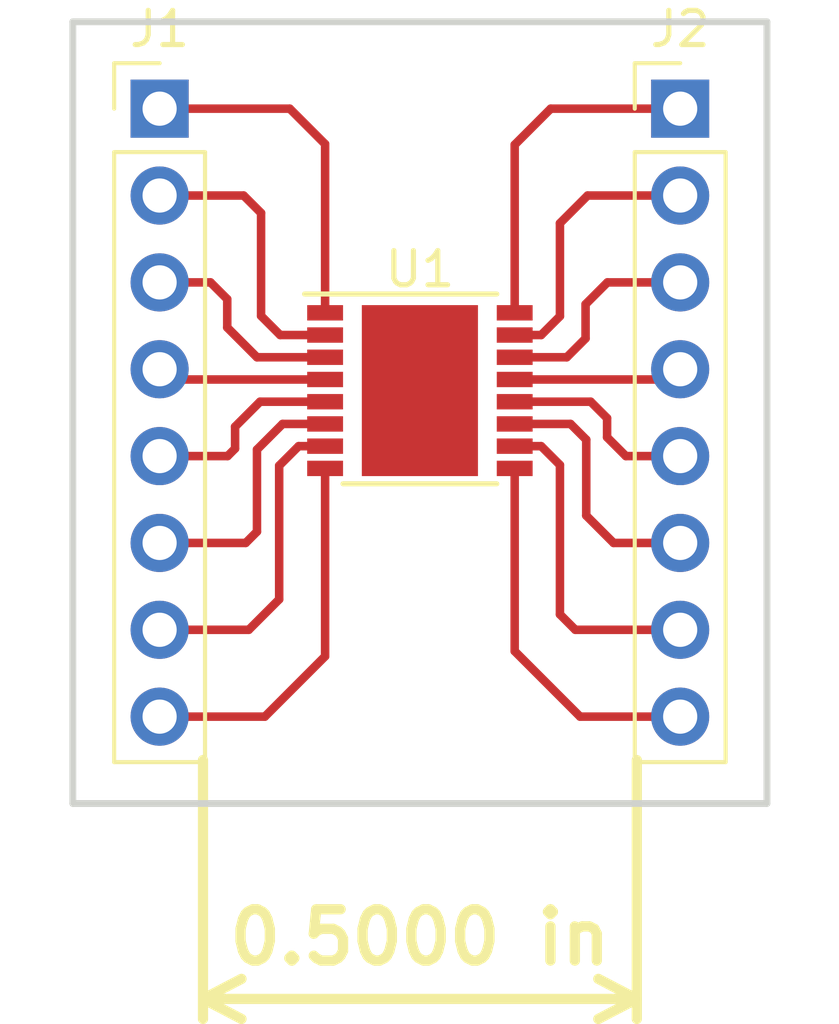
<source format=kicad_pcb>
(kicad_pcb (version 20171130) (host pcbnew "(5.0.0)")

  (general
    (thickness 1.6)
    (drawings 5)
    (tracks 66)
    (zones 0)
    (modules 3)
    (nets 17)
  )

  (page A4)
  (layers
    (0 F.Cu signal)
    (31 B.Cu signal)
    (32 B.Adhes user)
    (33 F.Adhes user)
    (34 B.Paste user)
    (35 F.Paste user)
    (36 B.SilkS user)
    (37 F.SilkS user)
    (38 B.Mask user)
    (39 F.Mask user)
    (40 Dwgs.User user)
    (41 Cmts.User user)
    (42 Eco1.User user)
    (43 Eco2.User user)
    (44 Edge.Cuts user)
    (45 Margin user)
    (46 B.CrtYd user)
    (47 F.CrtYd user)
    (48 B.Fab user)
    (49 F.Fab user)
  )

  (setup
    (last_trace_width 0.25)
    (trace_clearance 0.2)
    (zone_clearance 0.508)
    (zone_45_only no)
    (trace_min 0.2)
    (segment_width 0.2)
    (edge_width 0.15)
    (via_size 0.8)
    (via_drill 0.4)
    (via_min_size 0.4)
    (via_min_drill 0.3)
    (uvia_size 0.3)
    (uvia_drill 0.1)
    (uvias_allowed no)
    (uvia_min_size 0.2)
    (uvia_min_drill 0.1)
    (pcb_text_width 0.3)
    (pcb_text_size 1.5 1.5)
    (mod_edge_width 0.15)
    (mod_text_size 1 1)
    (mod_text_width 0.15)
    (pad_size 1.7 1.7)
    (pad_drill 1)
    (pad_to_mask_clearance 0.2)
    (aux_axis_origin 0 0)
    (visible_elements 7FFFFFFF)
    (pcbplotparams
      (layerselection 0x010fc_ffffffff)
      (usegerberextensions false)
      (usegerberattributes false)
      (usegerberadvancedattributes false)
      (creategerberjobfile false)
      (excludeedgelayer true)
      (linewidth 0.100000)
      (plotframeref false)
      (viasonmask false)
      (mode 1)
      (useauxorigin false)
      (hpglpennumber 1)
      (hpglpenspeed 20)
      (hpglpendiameter 15.000000)
      (psnegative false)
      (psa4output false)
      (plotreference true)
      (plotvalue true)
      (plotinvisibletext false)
      (padsonsilk false)
      (subtractmaskfromsilk false)
      (outputformat 1)
      (mirror false)
      (drillshape 0)
      (scaleselection 1)
      (outputdirectory "./"))
  )

  (net 0 "")
  (net 1 "Net-(J1-Pad1)")
  (net 2 "Net-(J1-Pad2)")
  (net 3 "Net-(J1-Pad3)")
  (net 4 "Net-(J1-Pad4)")
  (net 5 "Net-(J1-Pad5)")
  (net 6 "Net-(J1-Pad6)")
  (net 7 "Net-(J1-Pad7)")
  (net 8 "Net-(J1-Pad8)")
  (net 9 "Net-(J2-Pad8)")
  (net 10 "Net-(J2-Pad7)")
  (net 11 "Net-(J2-Pad6)")
  (net 12 "Net-(J2-Pad5)")
  (net 13 "Net-(J2-Pad4)")
  (net 14 "Net-(J2-Pad3)")
  (net 15 "Net-(J2-Pad2)")
  (net 16 "Net-(J2-Pad1)")

  (net_class Default "Ceci est la Netclass par défaut."
    (clearance 0.2)
    (trace_width 0.25)
    (via_dia 0.8)
    (via_drill 0.4)
    (uvia_dia 0.3)
    (uvia_drill 0.1)
    (add_net "Net-(J1-Pad1)")
    (add_net "Net-(J1-Pad2)")
    (add_net "Net-(J1-Pad3)")
    (add_net "Net-(J1-Pad4)")
    (add_net "Net-(J1-Pad5)")
    (add_net "Net-(J1-Pad6)")
    (add_net "Net-(J1-Pad7)")
    (add_net "Net-(J1-Pad8)")
    (add_net "Net-(J2-Pad1)")
    (add_net "Net-(J2-Pad2)")
    (add_net "Net-(J2-Pad3)")
    (add_net "Net-(J2-Pad4)")
    (add_net "Net-(J2-Pad5)")
    (add_net "Net-(J2-Pad6)")
    (add_net "Net-(J2-Pad7)")
    (add_net "Net-(J2-Pad8)")
  )

  (module Connector_PinHeader_2.54mm:PinHeader_1x08_P2.54mm_Vertical (layer F.Cu) (tedit 5E4C0893) (tstamp 5E572E49)
    (at 152.4 81.28)
    (descr "Through hole straight pin header, 1x08, 2.54mm pitch, single row")
    (tags "Through hole pin header THT 1x08 2.54mm single row")
    (path /5E4AE134)
    (fp_text reference J1 (at 0 -2.33) (layer F.SilkS)
      (effects (font (size 1 1) (thickness 0.15)))
    )
    (fp_text value Conn_01x08 (at 0 20.11) (layer F.Fab)
      (effects (font (size 1 1) (thickness 0.15)))
    )
    (fp_text user %R (at 0 8.89 90) (layer F.Fab)
      (effects (font (size 1 1) (thickness 0.15)))
    )
    (fp_line (start 1.8 -1.8) (end -1.8 -1.8) (layer F.CrtYd) (width 0.05))
    (fp_line (start 1.8 19.55) (end 1.8 -1.8) (layer F.CrtYd) (width 0.05))
    (fp_line (start -1.8 19.55) (end 1.8 19.55) (layer F.CrtYd) (width 0.05))
    (fp_line (start -1.8 -1.8) (end -1.8 19.55) (layer F.CrtYd) (width 0.05))
    (fp_line (start -1.33 -1.33) (end 0 -1.33) (layer F.SilkS) (width 0.12))
    (fp_line (start -1.33 0) (end -1.33 -1.33) (layer F.SilkS) (width 0.12))
    (fp_line (start -1.33 1.27) (end 1.33 1.27) (layer F.SilkS) (width 0.12))
    (fp_line (start 1.33 1.27) (end 1.33 19.11) (layer F.SilkS) (width 0.12))
    (fp_line (start -1.33 1.27) (end -1.33 19.11) (layer F.SilkS) (width 0.12))
    (fp_line (start -1.33 19.11) (end 1.33 19.11) (layer F.SilkS) (width 0.12))
    (fp_line (start -1.27 -0.635) (end -0.635 -1.27) (layer F.Fab) (width 0.1))
    (fp_line (start -1.27 19.05) (end -1.27 -0.635) (layer F.Fab) (width 0.1))
    (fp_line (start 1.27 19.05) (end -1.27 19.05) (layer F.Fab) (width 0.1))
    (fp_line (start 1.27 -1.27) (end 1.27 19.05) (layer F.Fab) (width 0.1))
    (fp_line (start -0.635 -1.27) (end 1.27 -1.27) (layer F.Fab) (width 0.1))
    (pad 8 thru_hole oval (at 0 17.78) (size 1.7 1.7) (drill 1) (layers *.Cu *.Mask)
      (net 8 "Net-(J1-Pad8)"))
    (pad 7 thru_hole oval (at 0 15.24) (size 1.7 1.7) (drill 1) (layers *.Cu *.Mask)
      (net 7 "Net-(J1-Pad7)"))
    (pad 6 thru_hole oval (at 0 12.7) (size 1.7 1.7) (drill 1) (layers *.Cu *.Mask)
      (net 6 "Net-(J1-Pad6)"))
    (pad 5 thru_hole oval (at 0 10.16) (size 1.7 1.7) (drill 1) (layers *.Cu *.Mask)
      (net 5 "Net-(J1-Pad5)"))
    (pad 4 thru_hole oval (at 0 7.62) (size 1.7 1.7) (drill 1) (layers *.Cu *.Mask)
      (net 4 "Net-(J1-Pad4)"))
    (pad 3 thru_hole oval (at 0 5.08) (size 1.7 1.7) (drill 1) (layers *.Cu *.Mask)
      (net 3 "Net-(J1-Pad3)"))
    (pad 2 thru_hole oval (at 0 2.54) (size 1.7 1.7) (drill 1) (layers *.Cu *.Mask)
      (net 2 "Net-(J1-Pad2)"))
    (pad 1 thru_hole rect (at 0 0) (size 1.7 1.7) (drill 1) (layers *.Cu *.Mask)
      (net 1 "Net-(J1-Pad1)"))
    (model ${KISYS3DMOD}/Connector_PinHeader_2.54mm.3dshapes/PinHeader_1x08_P2.54mm_Vertical.wrl
      (at (xyz 0 0 0))
      (scale (xyz 1 1 1))
      (rotate (xyz 0 0 0))
    )
  )

  (module Connector_PinHeader_2.54mm:PinHeader_1x08_P2.54mm_Vertical (layer F.Cu) (tedit 5E4C0898) (tstamp 5E572E65)
    (at 167.64 81.28)
    (descr "Through hole straight pin header, 1x08, 2.54mm pitch, single row")
    (tags "Through hole pin header THT 1x08 2.54mm single row")
    (path /5E4AE1A7)
    (fp_text reference J2 (at 0 -2.33) (layer F.SilkS)
      (effects (font (size 1 1) (thickness 0.15)))
    )
    (fp_text value Conn_01x08 (at 0 20.11) (layer F.Fab)
      (effects (font (size 1 1) (thickness 0.15)))
    )
    (fp_line (start -0.635 -1.27) (end 1.27 -1.27) (layer F.Fab) (width 0.1))
    (fp_line (start 1.27 -1.27) (end 1.27 19.05) (layer F.Fab) (width 0.1))
    (fp_line (start 1.27 19.05) (end -1.27 19.05) (layer F.Fab) (width 0.1))
    (fp_line (start -1.27 19.05) (end -1.27 -0.635) (layer F.Fab) (width 0.1))
    (fp_line (start -1.27 -0.635) (end -0.635 -1.27) (layer F.Fab) (width 0.1))
    (fp_line (start -1.33 19.11) (end 1.33 19.11) (layer F.SilkS) (width 0.12))
    (fp_line (start -1.33 1.27) (end -1.33 19.11) (layer F.SilkS) (width 0.12))
    (fp_line (start 1.33 1.27) (end 1.33 19.11) (layer F.SilkS) (width 0.12))
    (fp_line (start -1.33 1.27) (end 1.33 1.27) (layer F.SilkS) (width 0.12))
    (fp_line (start -1.33 0) (end -1.33 -1.33) (layer F.SilkS) (width 0.12))
    (fp_line (start -1.33 -1.33) (end 0 -1.33) (layer F.SilkS) (width 0.12))
    (fp_line (start -1.8 -1.8) (end -1.8 19.55) (layer F.CrtYd) (width 0.05))
    (fp_line (start -1.8 19.55) (end 1.8 19.55) (layer F.CrtYd) (width 0.05))
    (fp_line (start 1.8 19.55) (end 1.8 -1.8) (layer F.CrtYd) (width 0.05))
    (fp_line (start 1.8 -1.8) (end -1.8 -1.8) (layer F.CrtYd) (width 0.05))
    (fp_text user %R (at 0 8.89 90) (layer F.Fab)
      (effects (font (size 1 1) (thickness 0.15)))
    )
    (pad 1 thru_hole rect (at 0 0) (size 1.7 1.7) (drill 1) (layers *.Cu *.Mask)
      (net 16 "Net-(J2-Pad1)"))
    (pad 2 thru_hole oval (at 0 2.54) (size 1.7 1.7) (drill 1) (layers *.Cu *.Mask)
      (net 15 "Net-(J2-Pad2)"))
    (pad 3 thru_hole oval (at 0 5.08) (size 1.7 1.7) (drill 1) (layers *.Cu *.Mask)
      (net 14 "Net-(J2-Pad3)"))
    (pad 4 thru_hole oval (at 0 7.62) (size 1.7 1.7) (drill 1) (layers *.Cu *.Mask)
      (net 13 "Net-(J2-Pad4)"))
    (pad 5 thru_hole oval (at 0 10.16) (size 1.7 1.7) (drill 1) (layers *.Cu *.Mask)
      (net 12 "Net-(J2-Pad5)"))
    (pad 6 thru_hole oval (at 0 12.7) (size 1.7 1.7) (drill 1) (layers *.Cu *.Mask)
      (net 11 "Net-(J2-Pad6)"))
    (pad 7 thru_hole oval (at 0 15.24) (size 1.7 1.7) (drill 1) (layers *.Cu *.Mask)
      (net 10 "Net-(J2-Pad7)"))
    (pad 8 thru_hole oval (at 0 17.78) (size 1.7 1.7) (drill 1) (layers *.Cu *.Mask)
      (net 9 "Net-(J2-Pad8)"))
    (model ${KISYS3DMOD}/Connector_PinHeader_2.54mm.3dshapes/PinHeader_1x08_P2.54mm_Vertical.wrl
      (at (xyz 0 0 0))
      (scale (xyz 1 1 1))
      (rotate (xyz 0 0 0))
    )
  )

  (module Package_SO:HTSSOP-16-1EP_4.4x5mm_P0.65mm_EP3.4x5mm (layer F.Cu) (tedit 5A6710BF) (tstamp 5E572E92)
    (at 160.02 89.525)
    (descr "16-Lead Plastic HTSSOP (4.4x5x1.2mm); Thermal pad; (http://www.ti.com/lit/ds/symlink/drv8833.pdf)")
    (tags "SSOP 0.65")
    (path /5E4B04C8)
    (attr smd)
    (fp_text reference U1 (at 0 -3.55) (layer F.SilkS)
      (effects (font (size 1 1) (thickness 0.15)))
    )
    (fp_text value CD74HC4052PWR (at 0 3.55) (layer F.Fab)
      (effects (font (size 1 1) (thickness 0.15)))
    )
    (fp_line (start -3.375 -2.825) (end 2.25 -2.825) (layer F.SilkS) (width 0.15))
    (fp_line (start -2.25 2.725) (end 2.25 2.725) (layer F.SilkS) (width 0.15))
    (fp_line (start -3.5 2.8) (end 3.5 2.8) (layer F.CrtYd) (width 0.05))
    (fp_line (start -3.5 -2.9) (end 3.5 -2.9) (layer F.CrtYd) (width 0.05))
    (fp_line (start 3.5 -2.9) (end 3.5 2.8) (layer F.CrtYd) (width 0.05))
    (fp_line (start -3.5 -2.9) (end -3.5 2.8) (layer F.CrtYd) (width 0.05))
    (fp_line (start -2.2 -1.5) (end -1.2 -2.5) (layer F.Fab) (width 0.15))
    (fp_line (start -2.2 2.5) (end -2.2 -1.5) (layer F.Fab) (width 0.15))
    (fp_line (start 2.2 2.5) (end -2.2 2.5) (layer F.Fab) (width 0.15))
    (fp_line (start 2.2 -2.5) (end 2.2 2.5) (layer F.Fab) (width 0.15))
    (fp_line (start -1.2 -2.5) (end 2.2 -2.5) (layer F.Fab) (width 0.15))
    (fp_text user %R (at 0 0) (layer F.Fab)
      (effects (font (size 1 1) (thickness 0.15)))
    )
    (pad "" smd rect (at -1.1334 1.875) (size 0.88 1.05) (layers F.Paste))
    (pad "" smd rect (at 0 1.875) (size 0.88 1.05) (layers F.Paste))
    (pad "" smd rect (at 1.1334 1.875) (size 0.88 1.05) (layers F.Paste))
    (pad "" smd rect (at -1.1334 0.625) (size 0.88 1.05) (layers F.Paste))
    (pad "" smd rect (at 0 0.625) (size 0.88 1.05) (layers F.Paste))
    (pad "" smd rect (at 1.1334 0.625) (size 0.88 1.05) (layers F.Paste))
    (pad "" smd rect (at -1.1334 -0.625) (size 0.88 1.05) (layers F.Paste))
    (pad "" smd rect (at 0 -0.625) (size 0.88 1.05) (layers F.Paste))
    (pad "" smd rect (at 1.1334 -0.625) (size 0.88 1.05) (layers F.Paste))
    (pad "" smd rect (at 1.1334 -1.875) (size 0.88 1.05) (layers F.Paste))
    (pad "" smd rect (at 0 -1.875) (size 0.88 1.05) (layers F.Paste))
    (pad "" smd rect (at -1.1334 -1.875) (size 0.88 1.05) (layers F.Paste))
    (pad 17 smd rect (at 0 0) (size 3.4 5) (layers F.Cu F.Mask))
    (pad 16 smd rect (at 2.775 -2.275) (size 1.05 0.45) (layers F.Cu F.Paste F.Mask)
      (net 16 "Net-(J2-Pad1)"))
    (pad 15 smd rect (at 2.775 -1.625) (size 1.05 0.45) (layers F.Cu F.Paste F.Mask)
      (net 15 "Net-(J2-Pad2)"))
    (pad 14 smd rect (at 2.775 -0.975) (size 1.05 0.45) (layers F.Cu F.Paste F.Mask)
      (net 14 "Net-(J2-Pad3)"))
    (pad 13 smd rect (at 2.775 -0.325) (size 1.05 0.45) (layers F.Cu F.Paste F.Mask)
      (net 13 "Net-(J2-Pad4)"))
    (pad 12 smd rect (at 2.775 0.325) (size 1.05 0.45) (layers F.Cu F.Paste F.Mask)
      (net 12 "Net-(J2-Pad5)"))
    (pad 11 smd rect (at 2.775 0.975) (size 1.05 0.45) (layers F.Cu F.Paste F.Mask)
      (net 11 "Net-(J2-Pad6)"))
    (pad 10 smd rect (at 2.775 1.625) (size 1.05 0.45) (layers F.Cu F.Paste F.Mask)
      (net 10 "Net-(J2-Pad7)"))
    (pad 9 smd rect (at 2.775 2.275) (size 1.05 0.45) (layers F.Cu F.Paste F.Mask)
      (net 9 "Net-(J2-Pad8)"))
    (pad 8 smd rect (at -2.775 2.275) (size 1.05 0.45) (layers F.Cu F.Paste F.Mask)
      (net 8 "Net-(J1-Pad8)"))
    (pad 7 smd rect (at -2.775 1.625) (size 1.05 0.45) (layers F.Cu F.Paste F.Mask)
      (net 7 "Net-(J1-Pad7)"))
    (pad 6 smd rect (at -2.775 0.975) (size 1.05 0.45) (layers F.Cu F.Paste F.Mask)
      (net 6 "Net-(J1-Pad6)"))
    (pad 5 smd rect (at -2.775 0.325) (size 1.05 0.45) (layers F.Cu F.Paste F.Mask)
      (net 5 "Net-(J1-Pad5)"))
    (pad 4 smd rect (at -2.775 -0.325) (size 1.05 0.45) (layers F.Cu F.Paste F.Mask)
      (net 4 "Net-(J1-Pad4)"))
    (pad 3 smd rect (at -2.775 -0.975) (size 1.05 0.45) (layers F.Cu F.Paste F.Mask)
      (net 3 "Net-(J1-Pad3)"))
    (pad 2 smd rect (at -2.775 -1.625) (size 1.05 0.45) (layers F.Cu F.Paste F.Mask)
      (net 2 "Net-(J1-Pad2)"))
    (pad 1 smd rect (at -2.775 -2.275) (size 1.05 0.45) (layers F.Cu F.Paste F.Mask)
      (net 1 "Net-(J1-Pad1)"))
    (model ${KISYS3DMOD}/Package_SO.3dshapes/TSSOP-16-1EP_4.4x5mm_Pitch0.65mm_EP3.4x5mm.wrl
      (at (xyz 0 0 0))
      (scale (xyz 1 1 1))
      (rotate (xyz 0 0 0))
    )
  )

  (gr_line (start 170.18 101.6) (end 170.18 78.74) (layer Edge.Cuts) (width 0.2))
  (gr_line (start 149.86 101.6) (end 170.18 101.6) (layer Edge.Cuts) (width 0.2))
  (gr_line (start 149.86 78.74) (end 149.86 101.6) (layer Edge.Cuts) (width 0.2))
  (gr_line (start 170.18 78.74) (end 149.86 78.74) (layer Edge.Cuts) (width 0.2))
  (dimension 12.7 (width 0.3) (layer F.SilkS)
    (gr_text "12,700 mm" (at 160.02 109.415) (layer F.SilkS)
      (effects (font (size 1.5 1.5) (thickness 0.3)))
    )
    (feature1 (pts (xy 166.37 100.33) (xy 166.37 107.901421)))
    (feature2 (pts (xy 153.67 100.33) (xy 153.67 107.901421)))
    (crossbar (pts (xy 153.67 107.315) (xy 166.37 107.315)))
    (arrow1a (pts (xy 166.37 107.315) (xy 165.243496 107.901421)))
    (arrow1b (pts (xy 166.37 107.315) (xy 165.243496 106.728579)))
    (arrow2a (pts (xy 153.67 107.315) (xy 154.796504 107.901421)))
    (arrow2b (pts (xy 153.67 107.315) (xy 154.796504 106.728579)))
  )

  (segment (start 152.4 81.28) (end 156.21 81.28) (width 0.25) (layer F.Cu) (net 1))
  (segment (start 157.245 82.315) (end 157.245 87.25) (width 0.25) (layer F.Cu) (net 1))
  (segment (start 156.21 81.28) (end 157.245 82.315) (width 0.25) (layer F.Cu) (net 1))
  (segment (start 157.245 87.9) (end 155.93 87.9) (width 0.25) (layer F.Cu) (net 2))
  (segment (start 155.93 87.9) (end 155.37 87.34) (width 0.25) (layer F.Cu) (net 2))
  (segment (start 155.37 87.34) (end 155.37 84.33) (width 0.25) (layer F.Cu) (net 2))
  (segment (start 154.86 83.82) (end 152.4 83.82) (width 0.25) (layer F.Cu) (net 2))
  (segment (start 155.37 84.33) (end 154.86 83.82) (width 0.25) (layer F.Cu) (net 2))
  (segment (start 157.245 88.55) (end 155.25 88.55) (width 0.25) (layer F.Cu) (net 3))
  (segment (start 155.25 88.55) (end 154.38 87.68) (width 0.25) (layer F.Cu) (net 3))
  (segment (start 154.38 87.68) (end 154.38 86.85) (width 0.25) (layer F.Cu) (net 3))
  (segment (start 153.89 86.36) (end 152.4 86.36) (width 0.25) (layer F.Cu) (net 3))
  (segment (start 154.38 86.85) (end 153.89 86.36) (width 0.25) (layer F.Cu) (net 3))
  (segment (start 152.7 89.2) (end 152.4 88.9) (width 0.25) (layer F.Cu) (net 4))
  (segment (start 157.245 89.2) (end 152.7 89.2) (width 0.25) (layer F.Cu) (net 4))
  (segment (start 157.245 89.85) (end 155.34 89.85) (width 0.25) (layer F.Cu) (net 5))
  (segment (start 155.34 89.85) (end 154.61 90.58) (width 0.25) (layer F.Cu) (net 5))
  (segment (start 154.61 90.58) (end 154.61 91.22) (width 0.25) (layer F.Cu) (net 5))
  (segment (start 154.39 91.44) (end 152.4 91.44) (width 0.25) (layer F.Cu) (net 5))
  (segment (start 154.61 91.22) (end 154.39 91.44) (width 0.25) (layer F.Cu) (net 5))
  (segment (start 157.245 90.5) (end 156 90.5) (width 0.25) (layer F.Cu) (net 6))
  (segment (start 156 90.5) (end 155.25 91.25) (width 0.25) (layer F.Cu) (net 6))
  (segment (start 155.25 91.25) (end 155.25 93.65) (width 0.25) (layer F.Cu) (net 6))
  (segment (start 154.92 93.98) (end 152.4 93.98) (width 0.25) (layer F.Cu) (net 6))
  (segment (start 155.25 93.65) (end 154.92 93.98) (width 0.25) (layer F.Cu) (net 6))
  (segment (start 155.01 96.52) (end 152.4 96.52) (width 0.25) (layer F.Cu) (net 7))
  (segment (start 155.9 95.63) (end 155.01 96.52) (width 0.25) (layer F.Cu) (net 7))
  (segment (start 155.9 91.72) (end 155.9 95.63) (width 0.25) (layer F.Cu) (net 7))
  (segment (start 157.245 91.15) (end 156.47 91.15) (width 0.25) (layer F.Cu) (net 7))
  (segment (start 156.47 91.15) (end 155.9 91.72) (width 0.25) (layer F.Cu) (net 7))
  (segment (start 152.4 99.06) (end 155.48 99.06) (width 0.25) (layer F.Cu) (net 8))
  (segment (start 157.245 97.295) (end 157.245 91.8) (width 0.25) (layer F.Cu) (net 8))
  (segment (start 155.48 99.06) (end 157.245 97.295) (width 0.25) (layer F.Cu) (net 8))
  (segment (start 167.64 99.06) (end 164.71 99.06) (width 0.25) (layer F.Cu) (net 9))
  (segment (start 162.795 97.145) (end 162.795 91.8) (width 0.25) (layer F.Cu) (net 9))
  (segment (start 164.71 99.06) (end 162.795 97.145) (width 0.25) (layer F.Cu) (net 9))
  (segment (start 163.57 91.15) (end 164.12 91.7) (width 0.25) (layer F.Cu) (net 10))
  (segment (start 162.795 91.15) (end 163.57 91.15) (width 0.25) (layer F.Cu) (net 10))
  (segment (start 164.12 91.7) (end 164.12 96.07) (width 0.25) (layer F.Cu) (net 10))
  (segment (start 164.57 96.52) (end 167.64 96.52) (width 0.25) (layer F.Cu) (net 10))
  (segment (start 164.12 96.07) (end 164.57 96.52) (width 0.25) (layer F.Cu) (net 10))
  (segment (start 162.795 90.5) (end 164.43 90.5) (width 0.25) (layer F.Cu) (net 11))
  (segment (start 164.43 90.5) (end 164.89 90.96) (width 0.25) (layer F.Cu) (net 11))
  (segment (start 164.89 90.96) (end 164.89 93.18) (width 0.25) (layer F.Cu) (net 11))
  (segment (start 165.69 93.98) (end 167.64 93.98) (width 0.25) (layer F.Cu) (net 11))
  (segment (start 164.89 93.18) (end 165.69 93.98) (width 0.25) (layer F.Cu) (net 11))
  (segment (start 162.795 89.85) (end 165.02 89.85) (width 0.25) (layer F.Cu) (net 12))
  (segment (start 165.02 89.85) (end 165.5 90.33) (width 0.25) (layer F.Cu) (net 12))
  (segment (start 165.5 90.33) (end 165.5 90.89) (width 0.25) (layer F.Cu) (net 12))
  (segment (start 166.05 91.44) (end 167.64 91.44) (width 0.25) (layer F.Cu) (net 12))
  (segment (start 165.5 90.89) (end 166.05 91.44) (width 0.25) (layer F.Cu) (net 12))
  (segment (start 167.34 89.2) (end 167.64 88.9) (width 0.25) (layer F.Cu) (net 13))
  (segment (start 162.795 89.2) (end 167.34 89.2) (width 0.25) (layer F.Cu) (net 13))
  (segment (start 162.795 88.55) (end 164.32 88.55) (width 0.25) (layer F.Cu) (net 14))
  (segment (start 164.32 88.55) (end 164.87 88) (width 0.25) (layer F.Cu) (net 14))
  (segment (start 164.87 88) (end 164.87 87) (width 0.25) (layer F.Cu) (net 14))
  (segment (start 165.51 86.36) (end 167.64 86.36) (width 0.25) (layer F.Cu) (net 14))
  (segment (start 164.87 87) (end 165.51 86.36) (width 0.25) (layer F.Cu) (net 14))
  (segment (start 163.57 87.9) (end 164.12 87.35) (width 0.25) (layer F.Cu) (net 15))
  (segment (start 162.795 87.9) (end 163.57 87.9) (width 0.25) (layer F.Cu) (net 15))
  (segment (start 164.12 87.35) (end 164.12 84.63) (width 0.25) (layer F.Cu) (net 15))
  (segment (start 164.93 83.82) (end 167.64 83.82) (width 0.25) (layer F.Cu) (net 15))
  (segment (start 164.12 84.63) (end 164.93 83.82) (width 0.25) (layer F.Cu) (net 15))
  (segment (start 167.64 81.28) (end 163.85 81.28) (width 0.25) (layer F.Cu) (net 16))
  (segment (start 162.795 82.335) (end 162.795 87.25) (width 0.25) (layer F.Cu) (net 16))
  (segment (start 163.85 81.28) (end 162.795 82.335) (width 0.25) (layer F.Cu) (net 16))

)

</source>
